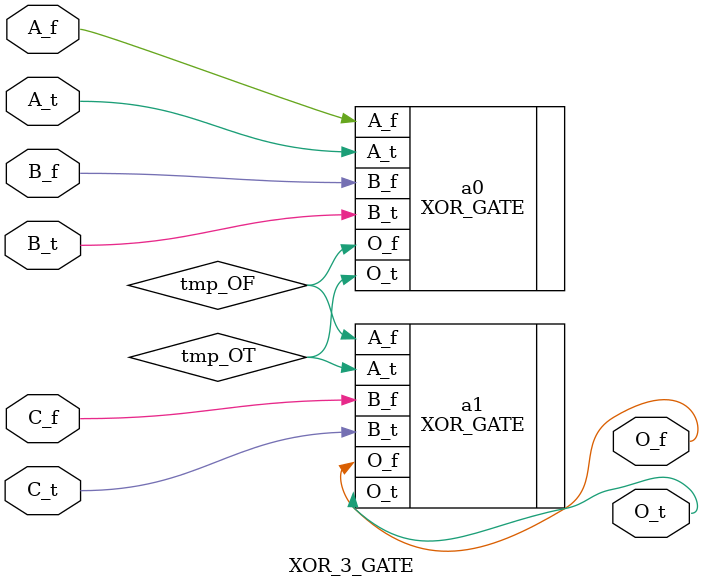
<source format=v>
module XOR_3_GATE(

	input A_t, input A_f, input B_t, input B_f, 		//true data in #1 
	
	input C_t, input C_f,
	output O_t,		//true data out
	output O_f		//false data out

    );
wire tmp_OT,tmp_OF;


XOR_GATE a0(.A_t(A_t), .A_f(A_f),.B_t(B_t), .B_f(B_f), 		//true data in #1 
	.O_t(tmp_OT),		//true data out
	.O_f(tmp_OF)		//false data out

    );
    
 XOR_GATE a1(.A_t(tmp_OT), .A_f(tmp_OF),.B_t(C_t), .B_f(C_f), 		//true data in #1 
	.O_t(O_t),		//true data out
	.O_f(O_f)		//false data out

    );   
endmodule
</source>
